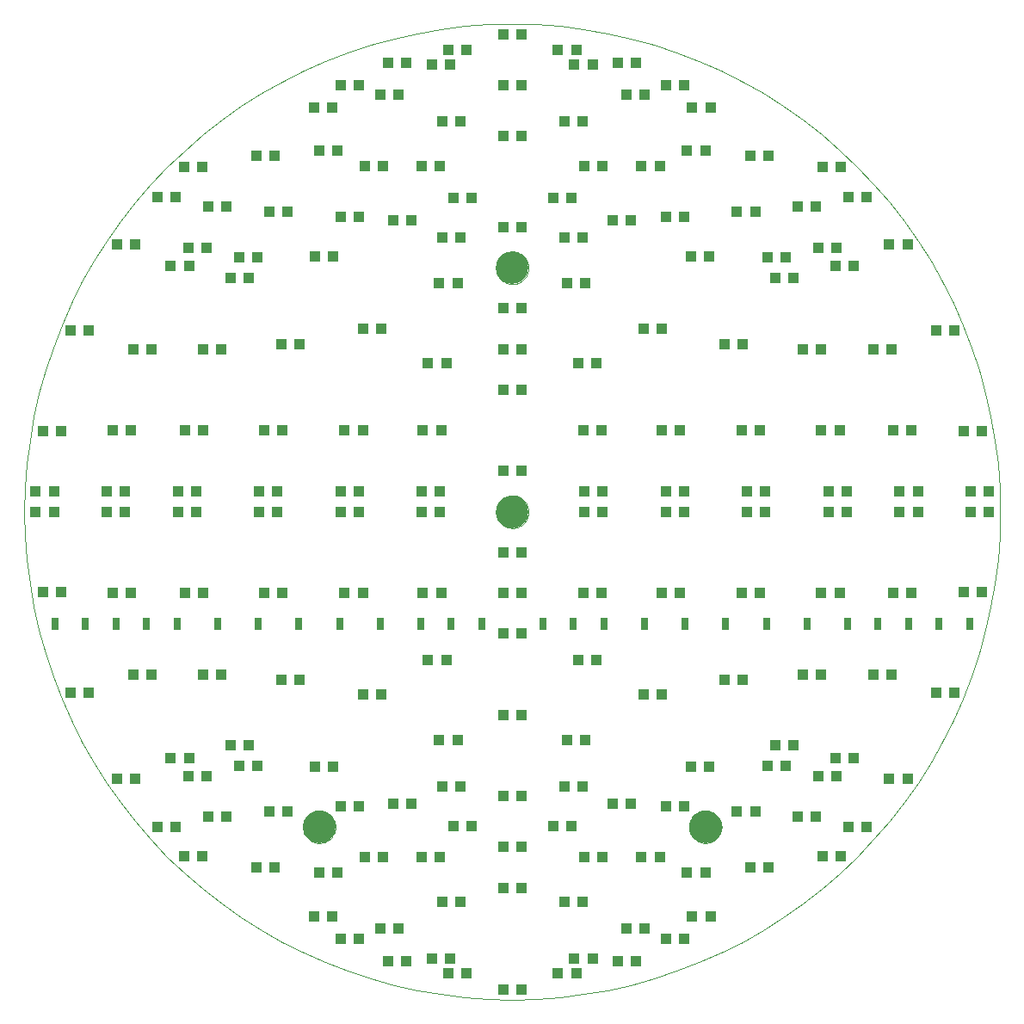
<source format=gbs>
G75*
G70*
%OFA0B0*%
%FSLAX24Y24*%
%IPPOS*%
%LPD*%
%AMOC8*
5,1,8,0,0,1.08239X$1,22.5*
%
%ADD10C,0.0000*%
%ADD11C,0.1260*%
%ADD12C,0.0000*%
%ADD13R,0.0250X0.0500*%
%ADD14R,0.0394X0.0394*%
D10*
X013467Y008998D02*
X013469Y009048D01*
X013475Y009098D01*
X013485Y009147D01*
X013499Y009195D01*
X013516Y009242D01*
X013537Y009287D01*
X013562Y009331D01*
X013590Y009372D01*
X013622Y009411D01*
X013656Y009448D01*
X013693Y009482D01*
X013733Y009512D01*
X013775Y009539D01*
X013819Y009563D01*
X013865Y009584D01*
X013912Y009600D01*
X013960Y009613D01*
X014010Y009622D01*
X014059Y009627D01*
X014110Y009628D01*
X014160Y009625D01*
X014209Y009618D01*
X014258Y009607D01*
X014306Y009592D01*
X014352Y009574D01*
X014397Y009552D01*
X014440Y009526D01*
X014481Y009497D01*
X014520Y009465D01*
X014556Y009430D01*
X014588Y009392D01*
X014618Y009352D01*
X014645Y009309D01*
X014668Y009265D01*
X014687Y009219D01*
X014703Y009171D01*
X014715Y009122D01*
X014723Y009073D01*
X014727Y009023D01*
X014727Y008973D01*
X014723Y008923D01*
X014715Y008874D01*
X014703Y008825D01*
X014687Y008777D01*
X014668Y008731D01*
X014645Y008687D01*
X014618Y008644D01*
X014588Y008604D01*
X014556Y008566D01*
X014520Y008531D01*
X014481Y008499D01*
X014440Y008470D01*
X014397Y008444D01*
X014352Y008422D01*
X014306Y008404D01*
X014258Y008389D01*
X014209Y008378D01*
X014160Y008371D01*
X014110Y008368D01*
X014059Y008369D01*
X014010Y008374D01*
X013960Y008383D01*
X013912Y008396D01*
X013865Y008412D01*
X013819Y008433D01*
X013775Y008457D01*
X013733Y008484D01*
X013693Y008514D01*
X013656Y008548D01*
X013622Y008585D01*
X013590Y008624D01*
X013562Y008665D01*
X013537Y008709D01*
X013516Y008754D01*
X013499Y008801D01*
X013485Y008849D01*
X013475Y008898D01*
X013469Y008948D01*
X013467Y008998D01*
X020948Y021203D02*
X020950Y021253D01*
X020956Y021303D01*
X020966Y021352D01*
X020980Y021400D01*
X020997Y021447D01*
X021018Y021492D01*
X021043Y021536D01*
X021071Y021577D01*
X021103Y021616D01*
X021137Y021653D01*
X021174Y021687D01*
X021214Y021717D01*
X021256Y021744D01*
X021300Y021768D01*
X021346Y021789D01*
X021393Y021805D01*
X021441Y021818D01*
X021491Y021827D01*
X021540Y021832D01*
X021591Y021833D01*
X021641Y021830D01*
X021690Y021823D01*
X021739Y021812D01*
X021787Y021797D01*
X021833Y021779D01*
X021878Y021757D01*
X021921Y021731D01*
X021962Y021702D01*
X022001Y021670D01*
X022037Y021635D01*
X022069Y021597D01*
X022099Y021557D01*
X022126Y021514D01*
X022149Y021470D01*
X022168Y021424D01*
X022184Y021376D01*
X022196Y021327D01*
X022204Y021278D01*
X022208Y021228D01*
X022208Y021178D01*
X022204Y021128D01*
X022196Y021079D01*
X022184Y021030D01*
X022168Y020982D01*
X022149Y020936D01*
X022126Y020892D01*
X022099Y020849D01*
X022069Y020809D01*
X022037Y020771D01*
X022001Y020736D01*
X021962Y020704D01*
X021921Y020675D01*
X021878Y020649D01*
X021833Y020627D01*
X021787Y020609D01*
X021739Y020594D01*
X021690Y020583D01*
X021641Y020576D01*
X021591Y020573D01*
X021540Y020574D01*
X021491Y020579D01*
X021441Y020588D01*
X021393Y020601D01*
X021346Y020617D01*
X021300Y020638D01*
X021256Y020662D01*
X021214Y020689D01*
X021174Y020719D01*
X021137Y020753D01*
X021103Y020790D01*
X021071Y020829D01*
X021043Y020870D01*
X021018Y020914D01*
X020997Y020959D01*
X020980Y021006D01*
X020966Y021054D01*
X020956Y021103D01*
X020950Y021153D01*
X020948Y021203D01*
X020948Y030651D02*
X020950Y030701D01*
X020956Y030751D01*
X020966Y030800D01*
X020980Y030848D01*
X020997Y030895D01*
X021018Y030940D01*
X021043Y030984D01*
X021071Y031025D01*
X021103Y031064D01*
X021137Y031101D01*
X021174Y031135D01*
X021214Y031165D01*
X021256Y031192D01*
X021300Y031216D01*
X021346Y031237D01*
X021393Y031253D01*
X021441Y031266D01*
X021491Y031275D01*
X021540Y031280D01*
X021591Y031281D01*
X021641Y031278D01*
X021690Y031271D01*
X021739Y031260D01*
X021787Y031245D01*
X021833Y031227D01*
X021878Y031205D01*
X021921Y031179D01*
X021962Y031150D01*
X022001Y031118D01*
X022037Y031083D01*
X022069Y031045D01*
X022099Y031005D01*
X022126Y030962D01*
X022149Y030918D01*
X022168Y030872D01*
X022184Y030824D01*
X022196Y030775D01*
X022204Y030726D01*
X022208Y030676D01*
X022208Y030626D01*
X022204Y030576D01*
X022196Y030527D01*
X022184Y030478D01*
X022168Y030430D01*
X022149Y030384D01*
X022126Y030340D01*
X022099Y030297D01*
X022069Y030257D01*
X022037Y030219D01*
X022001Y030184D01*
X021962Y030152D01*
X021921Y030123D01*
X021878Y030097D01*
X021833Y030075D01*
X021787Y030057D01*
X021739Y030042D01*
X021690Y030031D01*
X021641Y030024D01*
X021591Y030021D01*
X021540Y030022D01*
X021491Y030027D01*
X021441Y030036D01*
X021393Y030049D01*
X021346Y030065D01*
X021300Y030086D01*
X021256Y030110D01*
X021214Y030137D01*
X021174Y030167D01*
X021137Y030201D01*
X021103Y030238D01*
X021071Y030277D01*
X021043Y030318D01*
X021018Y030362D01*
X020997Y030407D01*
X020980Y030454D01*
X020966Y030502D01*
X020956Y030551D01*
X020950Y030601D01*
X020948Y030651D01*
X028428Y008998D02*
X028430Y009048D01*
X028436Y009098D01*
X028446Y009147D01*
X028460Y009195D01*
X028477Y009242D01*
X028498Y009287D01*
X028523Y009331D01*
X028551Y009372D01*
X028583Y009411D01*
X028617Y009448D01*
X028654Y009482D01*
X028694Y009512D01*
X028736Y009539D01*
X028780Y009563D01*
X028826Y009584D01*
X028873Y009600D01*
X028921Y009613D01*
X028971Y009622D01*
X029020Y009627D01*
X029071Y009628D01*
X029121Y009625D01*
X029170Y009618D01*
X029219Y009607D01*
X029267Y009592D01*
X029313Y009574D01*
X029358Y009552D01*
X029401Y009526D01*
X029442Y009497D01*
X029481Y009465D01*
X029517Y009430D01*
X029549Y009392D01*
X029579Y009352D01*
X029606Y009309D01*
X029629Y009265D01*
X029648Y009219D01*
X029664Y009171D01*
X029676Y009122D01*
X029684Y009073D01*
X029688Y009023D01*
X029688Y008973D01*
X029684Y008923D01*
X029676Y008874D01*
X029664Y008825D01*
X029648Y008777D01*
X029629Y008731D01*
X029606Y008687D01*
X029579Y008644D01*
X029549Y008604D01*
X029517Y008566D01*
X029481Y008531D01*
X029442Y008499D01*
X029401Y008470D01*
X029358Y008444D01*
X029313Y008422D01*
X029267Y008404D01*
X029219Y008389D01*
X029170Y008378D01*
X029121Y008371D01*
X029071Y008368D01*
X029020Y008369D01*
X028971Y008374D01*
X028921Y008383D01*
X028873Y008396D01*
X028826Y008412D01*
X028780Y008433D01*
X028736Y008457D01*
X028694Y008484D01*
X028654Y008514D01*
X028617Y008548D01*
X028583Y008585D01*
X028551Y008624D01*
X028523Y008665D01*
X028498Y008709D01*
X028477Y008754D01*
X028460Y008801D01*
X028446Y008849D01*
X028436Y008898D01*
X028430Y008948D01*
X028428Y008998D01*
D11*
X029058Y008998D03*
X021578Y021203D03*
X021578Y030651D03*
X014097Y008998D03*
D12*
X002680Y021203D02*
X002703Y022130D01*
X002771Y023055D01*
X002885Y023976D01*
X003043Y024890D01*
X003246Y025795D01*
X003494Y026689D01*
X003785Y027570D01*
X004119Y028435D01*
X004494Y029283D01*
X004911Y030111D01*
X005369Y030919D01*
X005865Y031702D01*
X006399Y032461D01*
X006970Y033192D01*
X007576Y033894D01*
X008215Y034566D01*
X008887Y035205D01*
X009589Y035811D01*
X010320Y036382D01*
X011079Y036916D01*
X011862Y037412D01*
X012670Y037870D01*
X013498Y038287D01*
X014346Y038662D01*
X015211Y038996D01*
X016092Y039287D01*
X016986Y039535D01*
X017891Y039738D01*
X018805Y039896D01*
X019726Y040010D01*
X020651Y040078D01*
X021578Y040101D01*
X022505Y040078D01*
X023430Y040010D01*
X024351Y039896D01*
X025265Y039738D01*
X026170Y039535D01*
X027064Y039287D01*
X027945Y038996D01*
X028810Y038662D01*
X029658Y038287D01*
X030486Y037870D01*
X031294Y037412D01*
X032077Y036916D01*
X032836Y036382D01*
X033567Y035811D01*
X034269Y035205D01*
X034941Y034566D01*
X035580Y033894D01*
X036186Y033192D01*
X036757Y032461D01*
X037291Y031702D01*
X037787Y030919D01*
X038245Y030111D01*
X038662Y029283D01*
X039037Y028435D01*
X039371Y027570D01*
X039662Y026689D01*
X039910Y025795D01*
X040113Y024890D01*
X040271Y023976D01*
X040385Y023055D01*
X040453Y022130D01*
X040476Y021203D01*
X040453Y020276D01*
X040385Y019351D01*
X040271Y018430D01*
X040113Y017516D01*
X039910Y016611D01*
X039662Y015717D01*
X039371Y014836D01*
X039037Y013971D01*
X038662Y013123D01*
X038245Y012295D01*
X037787Y011487D01*
X037291Y010704D01*
X036757Y009945D01*
X036186Y009214D01*
X035580Y008512D01*
X034941Y007840D01*
X034269Y007201D01*
X033567Y006595D01*
X032836Y006024D01*
X032077Y005490D01*
X031294Y004994D01*
X030486Y004536D01*
X029658Y004119D01*
X028810Y003744D01*
X027945Y003410D01*
X027064Y003119D01*
X026170Y002871D01*
X025265Y002668D01*
X024351Y002510D01*
X023430Y002396D01*
X022505Y002328D01*
X021578Y002305D01*
X020651Y002328D01*
X019726Y002396D01*
X018805Y002510D01*
X017891Y002668D01*
X016986Y002871D01*
X016092Y003119D01*
X015211Y003410D01*
X014346Y003744D01*
X013498Y004119D01*
X012670Y004536D01*
X011862Y004994D01*
X011079Y005490D01*
X010320Y006024D01*
X009589Y006595D01*
X008887Y007201D01*
X008215Y007840D01*
X007576Y008512D01*
X006970Y009214D01*
X006399Y009945D01*
X005865Y010704D01*
X005369Y011487D01*
X004911Y012295D01*
X004494Y013123D01*
X004119Y013971D01*
X003785Y014836D01*
X003494Y015717D01*
X003246Y016611D01*
X003043Y017516D01*
X002885Y018430D01*
X002771Y019351D01*
X002703Y020276D01*
X002680Y021203D01*
D13*
X003861Y016872D03*
X005042Y016872D03*
X006223Y016872D03*
X007404Y016872D03*
X008586Y016872D03*
X010160Y016872D03*
X011735Y016872D03*
X013310Y016872D03*
X014885Y016872D03*
X016460Y016872D03*
X018034Y016872D03*
X019215Y016872D03*
X020397Y016872D03*
X022759Y016872D03*
X023940Y016872D03*
X025121Y016872D03*
X026696Y016872D03*
X028271Y016872D03*
X029845Y016872D03*
X031420Y016872D03*
X032995Y016872D03*
X034570Y016872D03*
X035751Y016872D03*
X036932Y016872D03*
X038113Y016872D03*
X039294Y016872D03*
D14*
X008861Y007856D03*
X009570Y007856D03*
X008546Y008998D03*
X007837Y008998D03*
X009806Y009392D03*
X010515Y009392D03*
X012168Y009588D03*
X012877Y009588D03*
X013940Y011321D03*
X014649Y011321D03*
X014924Y009785D03*
X015633Y009785D03*
X016971Y009903D03*
X017680Y009903D03*
X018861Y010573D03*
X019570Y010573D03*
X019294Y009037D03*
X020003Y009037D03*
X021223Y008211D03*
X021932Y008211D03*
X023152Y009037D03*
X023861Y009037D03*
X024373Y007817D03*
X025082Y007817D03*
X026578Y007817D03*
X027286Y007817D03*
X028349Y007226D03*
X029058Y007226D03*
X029255Y005533D03*
X028546Y005533D03*
X028231Y004667D03*
X027523Y004667D03*
X026696Y005061D03*
X025987Y005061D03*
X025672Y003801D03*
X026381Y003801D03*
X024688Y003880D03*
X023979Y003880D03*
X024058Y003329D03*
X023349Y003329D03*
X021932Y002699D03*
X021223Y002699D03*
X019806Y003329D03*
X019097Y003329D03*
X019176Y003880D03*
X018467Y003880D03*
X017483Y003801D03*
X016774Y003801D03*
X016460Y005061D03*
X017168Y005061D03*
X018861Y006085D03*
X019570Y006085D03*
X021223Y006636D03*
X021932Y006636D03*
X023586Y006085D03*
X024294Y006085D03*
X027523Y009785D03*
X028231Y009785D03*
X028507Y011321D03*
X029215Y011321D03*
X030278Y009588D03*
X030987Y009588D03*
X032641Y009392D03*
X033349Y009392D03*
X034609Y008998D03*
X035318Y008998D03*
X034294Y007856D03*
X033586Y007856D03*
X031499Y007423D03*
X030790Y007423D03*
X033428Y010966D03*
X034137Y010966D03*
X034097Y011675D03*
X034806Y011675D03*
X036184Y010848D03*
X036893Y010848D03*
X037995Y014195D03*
X038704Y014195D03*
X036263Y014903D03*
X035554Y014903D03*
X033546Y014903D03*
X032837Y014903D03*
X030515Y014707D03*
X029806Y014707D03*
X027365Y014116D03*
X026656Y014116D03*
X024845Y015455D03*
X024137Y015455D03*
X021932Y016478D03*
X021223Y016478D03*
X021223Y018053D03*
X021932Y018053D03*
X021932Y019628D03*
X021223Y019628D03*
X018822Y018053D03*
X018113Y018053D03*
X015790Y018053D03*
X015082Y018053D03*
X012680Y018053D03*
X011971Y018053D03*
X009609Y018053D03*
X008900Y018053D03*
X006814Y018053D03*
X006105Y018053D03*
X004097Y018092D03*
X003389Y018092D03*
X003113Y021203D03*
X003822Y021203D03*
X003822Y021990D03*
X003113Y021990D03*
X003389Y024313D03*
X004097Y024313D03*
X006105Y024352D03*
X006814Y024352D03*
X008900Y024352D03*
X009609Y024352D03*
X009334Y021990D03*
X008625Y021990D03*
X008625Y021203D03*
X009334Y021203D03*
X011774Y021203D03*
X012483Y021203D03*
X012483Y021990D03*
X011774Y021990D03*
X011971Y024352D03*
X012680Y024352D03*
X014924Y021990D03*
X015633Y021990D03*
X015633Y021203D03*
X014924Y021203D03*
X015082Y024352D03*
X015790Y024352D03*
X018113Y024352D03*
X018822Y024352D03*
X018782Y021990D03*
X018074Y021990D03*
X018074Y021203D03*
X018782Y021203D03*
X021223Y022777D03*
X021932Y022777D03*
X024373Y021990D03*
X025082Y021990D03*
X025082Y021203D03*
X024373Y021203D03*
X024334Y024352D03*
X025042Y024352D03*
X027365Y024352D03*
X028074Y024352D03*
X028231Y021990D03*
X027523Y021990D03*
X027523Y021203D03*
X028231Y021203D03*
X030672Y021203D03*
X031381Y021203D03*
X031381Y021990D03*
X030672Y021990D03*
X030475Y024352D03*
X031184Y024352D03*
X033546Y024352D03*
X034255Y024352D03*
X036341Y024352D03*
X037050Y024352D03*
X039058Y024313D03*
X039767Y024313D03*
X040042Y021990D03*
X039334Y021990D03*
X039334Y021203D03*
X040042Y021203D03*
X037286Y021203D03*
X036578Y021203D03*
X036578Y021990D03*
X037286Y021990D03*
X034530Y021990D03*
X033822Y021990D03*
X033822Y021203D03*
X034530Y021203D03*
X034255Y018053D03*
X033546Y018053D03*
X031184Y018053D03*
X030475Y018053D03*
X028074Y018053D03*
X027365Y018053D03*
X025042Y018053D03*
X024334Y018053D03*
X021932Y013329D03*
X021223Y013329D03*
X019452Y012344D03*
X018743Y012344D03*
X016499Y014116D03*
X015790Y014116D03*
X013349Y014707D03*
X012641Y014707D03*
X010318Y014903D03*
X009609Y014903D03*
X007601Y014903D03*
X006893Y014903D03*
X005160Y014195D03*
X004452Y014195D03*
X006263Y010848D03*
X006971Y010848D03*
X008349Y011675D03*
X009058Y011675D03*
X009019Y010966D03*
X009727Y010966D03*
X010987Y011360D03*
X011696Y011360D03*
X011381Y012148D03*
X010672Y012148D03*
X011656Y007423D03*
X012365Y007423D03*
X014097Y007226D03*
X014806Y007226D03*
X015869Y007817D03*
X016578Y007817D03*
X018074Y007817D03*
X018782Y007817D03*
X021223Y010179D03*
X021932Y010179D03*
X023586Y010573D03*
X024294Y010573D03*
X025475Y009903D03*
X026184Y009903D03*
X024412Y012344D03*
X023704Y012344D03*
X019019Y015455D03*
X018310Y015455D03*
X014609Y005533D03*
X013900Y005533D03*
X014924Y004667D03*
X015633Y004667D03*
X031460Y011360D03*
X032168Y011360D03*
X032483Y012148D03*
X031774Y012148D03*
X036341Y018053D03*
X037050Y018053D03*
X039058Y018092D03*
X039767Y018092D03*
X036263Y027502D03*
X035554Y027502D03*
X033546Y027502D03*
X032837Y027502D03*
X030515Y027699D03*
X029806Y027699D03*
X027365Y028289D03*
X026656Y028289D03*
X024845Y026951D03*
X024137Y026951D03*
X021932Y027502D03*
X021223Y027502D03*
X021223Y025927D03*
X021932Y025927D03*
X019019Y026951D03*
X018310Y026951D03*
X016499Y028289D03*
X015790Y028289D03*
X013349Y027699D03*
X012641Y027699D03*
X010318Y027502D03*
X009609Y027502D03*
X007601Y027502D03*
X006893Y027502D03*
X005160Y028211D03*
X004452Y028211D03*
X006263Y031557D03*
X006971Y031557D03*
X008349Y030730D03*
X009058Y030730D03*
X009019Y031439D03*
X009727Y031439D03*
X010987Y031045D03*
X011696Y031045D03*
X011381Y030258D03*
X010672Y030258D03*
X010515Y033014D03*
X009806Y033014D03*
X008546Y033407D03*
X007837Y033407D03*
X008861Y034549D03*
X009570Y034549D03*
X011656Y034982D03*
X012365Y034982D03*
X014097Y035179D03*
X014806Y035179D03*
X015869Y034588D03*
X016578Y034588D03*
X018074Y034588D03*
X018782Y034588D03*
X019294Y033368D03*
X020003Y033368D03*
X019570Y031833D03*
X018861Y031833D03*
X017680Y032502D03*
X016971Y032502D03*
X015633Y032620D03*
X014924Y032620D03*
X014649Y031085D03*
X013940Y031085D03*
X012877Y032817D03*
X012168Y032817D03*
X013900Y036872D03*
X014609Y036872D03*
X014924Y037738D03*
X015633Y037738D03*
X016460Y037344D03*
X017168Y037344D03*
X017483Y038604D03*
X016774Y038604D03*
X018467Y038525D03*
X019176Y038525D03*
X019097Y039077D03*
X019806Y039077D03*
X021223Y039707D03*
X021932Y039707D03*
X023349Y039077D03*
X024058Y039077D03*
X023979Y038525D03*
X024688Y038525D03*
X025672Y038604D03*
X026381Y038604D03*
X026696Y037344D03*
X025987Y037344D03*
X027523Y037738D03*
X028231Y037738D03*
X028546Y036872D03*
X029255Y036872D03*
X029058Y035179D03*
X028349Y035179D03*
X027286Y034588D03*
X026578Y034588D03*
X025082Y034588D03*
X024373Y034588D03*
X023861Y033368D03*
X023152Y033368D03*
X023586Y031833D03*
X024294Y031833D03*
X025475Y032502D03*
X026184Y032502D03*
X027523Y032620D03*
X028231Y032620D03*
X028507Y031085D03*
X029215Y031085D03*
X030278Y032817D03*
X030987Y032817D03*
X032641Y033014D03*
X033349Y033014D03*
X034609Y033407D03*
X035318Y033407D03*
X034294Y034549D03*
X033586Y034549D03*
X031499Y034982D03*
X030790Y034982D03*
X033428Y031439D03*
X034137Y031439D03*
X034097Y030730D03*
X034806Y030730D03*
X036184Y031557D03*
X036893Y031557D03*
X037995Y028211D03*
X038704Y028211D03*
X032483Y030258D03*
X031774Y030258D03*
X031460Y031045D03*
X032168Y031045D03*
X024412Y030061D03*
X023704Y030061D03*
X021932Y029077D03*
X021223Y029077D03*
X019452Y030061D03*
X018743Y030061D03*
X021223Y032226D03*
X021932Y032226D03*
X021932Y035770D03*
X021223Y035770D03*
X019570Y036321D03*
X018861Y036321D03*
X021223Y037738D03*
X021932Y037738D03*
X023586Y036321D03*
X024294Y036321D03*
X006578Y021990D03*
X005869Y021990D03*
X005869Y021203D03*
X006578Y021203D03*
M02*

</source>
